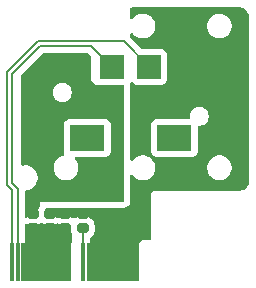
<source format=gtl>
%TF.GenerationSoftware,KiCad,Pcbnew,9.0.3*%
%TF.CreationDate,2025-08-12T01:09:52+03:00*%
%TF.ProjectId,Battery,42617474-6572-4792-9e6b-696361645f70,rev?*%
%TF.SameCoordinates,Original*%
%TF.FileFunction,Copper,L1,Top*%
%TF.FilePolarity,Positive*%
%FSLAX46Y46*%
G04 Gerber Fmt 4.6, Leading zero omitted, Abs format (unit mm)*
G04 Created by KiCad (PCBNEW 9.0.3) date 2025-08-12 01:09:52*
%MOMM*%
%LPD*%
G01*
G04 APERTURE LIST*
G04 Aperture macros list*
%AMRoundRect*
0 Rectangle with rounded corners*
0 $1 Rounding radius*
0 $2 $3 $4 $5 $6 $7 $8 $9 X,Y pos of 4 corners*
0 Add a 4 corners polygon primitive as box body*
4,1,4,$2,$3,$4,$5,$6,$7,$8,$9,$2,$3,0*
0 Add four circle primitives for the rounded corners*
1,1,$1+$1,$2,$3*
1,1,$1+$1,$4,$5*
1,1,$1+$1,$6,$7*
1,1,$1+$1,$8,$9*
0 Add four rect primitives between the rounded corners*
20,1,$1+$1,$2,$3,$4,$5,0*
20,1,$1+$1,$4,$5,$6,$7,0*
20,1,$1+$1,$6,$7,$8,$9,0*
20,1,$1+$1,$8,$9,$2,$3,0*%
G04 Aperture macros list end*
%TA.AperFunction,SMDPad,CuDef*%
%ADD10RoundRect,0.200000X-0.300000X0.200000X-0.300000X-0.200000X0.300000X-0.200000X0.300000X0.200000X0*%
%TD*%
%TA.AperFunction,SMDPad,CuDef*%
%ADD11RoundRect,0.200000X0.300000X-0.200000X0.300000X0.200000X-0.300000X0.200000X-0.300000X-0.200000X0*%
%TD*%
%TA.AperFunction,SMDPad,CuDef*%
%ADD12R,3.000000X2.200000*%
%TD*%
%TA.AperFunction,SMDPad,CuDef*%
%ADD13R,2.000000X2.000000*%
%TD*%
%TA.AperFunction,ConnectorPad*%
%ADD14R,0.400000X3.200000*%
%TD*%
%TA.AperFunction,ConnectorPad*%
%ADD15R,4.260000X3.200000*%
%TD*%
%TA.AperFunction,ConnectorPad*%
%ADD16R,4.400000X3.200000*%
%TD*%
%TA.AperFunction,Conductor*%
%ADD17C,0.200000*%
%TD*%
G04 APERTURE END LIST*
D10*
%TO.P,C1,1*%
%TO.N,Net-(Connector_Battery1--)*%
X137720000Y-87400000D03*
%TO.P,C1,2*%
%TO.N,Net-(FPC_Power1-+)*%
X137720000Y-88600000D03*
%TD*%
D11*
%TO.P,F1,1*%
%TO.N,Net-(FPC_Power1-+)*%
X136250000Y-88600000D03*
%TO.P,F1,2*%
%TO.N,Net-(Connector_Battery1-+)*%
X136250000Y-87400000D03*
%TD*%
%TO.P,R1,1*%
%TO.N,Net-(FPC_Power1-???)*%
X140480000Y-88600000D03*
%TO.P,R1,2*%
%TO.N,Net-(Connector_Battery1--)*%
X140480000Y-87400000D03*
%TD*%
D12*
%TO.P,Connector_Battery1,*%
%TO.N,*%
X148250000Y-81000000D03*
X140880000Y-81000000D03*
D13*
%TO.P,Connector_Battery1,1,-*%
%TO.N,Net-(Connector_Battery1--)*%
X149130000Y-75000000D03*
%TO.P,Connector_Battery1,2,D*%
%TO.N,Net-(Connector_Battery1-D)*%
X146120000Y-75000000D03*
%TO.P,Connector_Battery1,3,T*%
%TO.N,Net-(Connector_Battery1-T)*%
X142980000Y-75000000D03*
%TO.P,Connector_Battery1,4*%
%TO.N,Net-(Connector_Battery1-+)*%
X139970000Y-75000000D03*
%TD*%
D10*
%TO.P,C2,1*%
%TO.N,Net-(Connector_Battery1--)*%
X139020000Y-87400000D03*
%TO.P,C2,2*%
%TO.N,Net-(FPC_Power1-+)*%
X139020000Y-88600000D03*
%TD*%
D14*
%TO.P,FPC_Power1,1,D*%
%TO.N,Net-(Connector_Battery1-D)*%
X134470000Y-91520000D03*
%TO.P,FPC_Power1,2,T*%
%TO.N,Net-(Connector_Battery1-T)*%
X134970000Y-91520000D03*
D15*
%TO.P,FPC_Power1,3,+*%
%TO.N,Net-(FPC_Power1-+)*%
X137400000Y-91520000D03*
D14*
%TO.P,FPC_Power1,4,???*%
%TO.N,Net-(FPC_Power1-???)*%
X140470000Y-91520000D03*
D16*
%TO.P,FPC_Power1,5,-*%
%TO.N,Net-(Connector_Battery1--)*%
X143070000Y-91520000D03*
%TD*%
D17*
%TO.N,Net-(FPC_Power1-+)*%
X136250000Y-88600000D02*
X137720000Y-88600000D01*
X139225000Y-88465000D02*
X139200000Y-88440000D01*
X137400000Y-91520000D02*
X136250000Y-90370000D01*
X139000000Y-88570000D02*
X139020000Y-88550000D01*
X137680000Y-88610000D02*
X137720000Y-88570000D01*
X136250000Y-90370000D02*
X136250000Y-88600000D01*
X137720000Y-88600000D02*
X139020000Y-88600000D01*
X136000000Y-91250000D02*
X136010000Y-91240000D01*
%TO.N,Net-(Connector_Battery1--)*%
X146780000Y-83040000D02*
X146780000Y-84100000D01*
X145450000Y-85430000D02*
X145450000Y-87030000D01*
X145800000Y-82060000D02*
X146780000Y-83040000D01*
X139020000Y-87400000D02*
X140480000Y-87400000D01*
X149130000Y-76390000D02*
X145800000Y-79720000D01*
X139070000Y-87300000D02*
X139020000Y-87350000D01*
X143080000Y-91510000D02*
X143070000Y-91520000D01*
X140480000Y-87400000D02*
X142370000Y-87400000D01*
X137720000Y-87400000D02*
X139020000Y-87400000D01*
X145800000Y-79720000D02*
X145800000Y-82060000D01*
X149130000Y-75400000D02*
X149130000Y-76390000D01*
X143070000Y-88100000D02*
X143070000Y-91520000D01*
X146780000Y-84100000D02*
X145450000Y-85430000D01*
X145450000Y-87030000D02*
X143070000Y-89410000D01*
X142370000Y-87400000D02*
X143070000Y-88100000D01*
X137740000Y-87350000D02*
X137720000Y-87370000D01*
X143070000Y-89410000D02*
X143070000Y-91520000D01*
%TO.N,Net-(Connector_Battery1-+)*%
X136250000Y-87400000D02*
X136250000Y-85820000D01*
X137230000Y-84840000D02*
X137230000Y-80650000D01*
X136250000Y-85820000D02*
X137230000Y-84840000D01*
X139970000Y-77910000D02*
X139970000Y-75400000D01*
X137230000Y-80650000D02*
X139970000Y-77910000D01*
%TO.N,Net-(Connector_Battery1-D)*%
X134093000Y-75425586D02*
X136718586Y-72800000D01*
X134470000Y-91520000D02*
X134470000Y-85378575D01*
X143950000Y-72800000D02*
X146120000Y-74970000D01*
X134470000Y-85378575D02*
X134093000Y-85001575D01*
X146120000Y-74970000D02*
X146120000Y-75000000D01*
X134093000Y-85001575D02*
X134093000Y-75425586D01*
X136718586Y-72800000D02*
X143950000Y-72800000D01*
%TO.N,Net-(Connector_Battery1-T)*%
X134474000Y-75583402D02*
X136876402Y-73181000D01*
X136876402Y-73181000D02*
X141161000Y-73181000D01*
X134970000Y-91520000D02*
X134970000Y-85339760D01*
X134474000Y-84843760D02*
X134474000Y-75583402D01*
X141161000Y-73181000D02*
X142980000Y-75000000D01*
X134970000Y-85339760D02*
X134474000Y-84843760D01*
%TO.N,Net-(FPC_Power1-???)*%
X140470000Y-88415000D02*
X140480000Y-88425000D01*
X140480000Y-88425000D02*
X140480000Y-91510000D01*
X140480000Y-91510000D02*
X140470000Y-91520000D01*
%TD*%
%TA.AperFunction,Conductor*%
%TO.N,Net-(FPC_Power1-+)*%
G36*
X137081270Y-88213781D02*
G01*
X137130394Y-88243478D01*
X137292804Y-88294086D01*
X137363384Y-88300500D01*
X137363387Y-88300500D01*
X138076613Y-88300500D01*
X138076616Y-88300500D01*
X138147196Y-88294086D01*
X138309606Y-88243478D01*
X138309613Y-88243473D01*
X138316445Y-88240400D01*
X138317471Y-88242680D01*
X138373399Y-88227912D01*
X138422665Y-88242377D01*
X138423555Y-88240400D01*
X138430387Y-88243474D01*
X138430394Y-88243478D01*
X138592804Y-88294086D01*
X138663384Y-88300500D01*
X138663387Y-88300500D01*
X139355500Y-88300500D01*
X139422539Y-88320185D01*
X139468294Y-88372989D01*
X139479500Y-88424500D01*
X139479500Y-88856616D01*
X139485914Y-88927196D01*
X139524386Y-89050659D01*
X139530000Y-89087548D01*
X139530000Y-89856000D01*
X139510315Y-89923039D01*
X139457511Y-89968794D01*
X139406000Y-89980000D01*
X135694500Y-89980000D01*
X135627461Y-89960315D01*
X135581706Y-89907511D01*
X135570500Y-89856000D01*
X135570500Y-88383986D01*
X135590185Y-88316947D01*
X135642989Y-88271192D01*
X135712147Y-88261248D01*
X135731380Y-88265597D01*
X135822804Y-88294086D01*
X135893384Y-88300500D01*
X135893387Y-88300500D01*
X136606613Y-88300500D01*
X136606616Y-88300500D01*
X136677196Y-88294086D01*
X136839606Y-88243478D01*
X136841428Y-88242377D01*
X136888475Y-88213935D01*
X136904636Y-88209408D01*
X136917412Y-88201156D01*
X136952329Y-88196050D01*
X137016834Y-88195899D01*
X137081270Y-88213781D01*
G37*
%TD.AperFunction*%
%TD*%
%TA.AperFunction,Conductor*%
%TO.N,Net-(Connector_Battery1--)*%
G36*
X153806061Y-69951097D02*
G01*
X153816635Y-69952138D01*
X153934069Y-69963704D01*
X153957897Y-69968443D01*
X154075140Y-70004008D01*
X154097589Y-70013308D01*
X154156123Y-70044595D01*
X154205630Y-70071057D01*
X154225840Y-70084561D01*
X154320535Y-70162274D01*
X154337725Y-70179464D01*
X154415438Y-70274159D01*
X154428942Y-70294369D01*
X154486690Y-70402407D01*
X154495992Y-70424864D01*
X154521778Y-70509868D01*
X154531554Y-70542093D01*
X154536296Y-70565935D01*
X154548903Y-70693938D01*
X154549500Y-70706092D01*
X154549500Y-84693907D01*
X154548903Y-84706061D01*
X154536296Y-84834064D01*
X154531554Y-84857906D01*
X154495993Y-84975134D01*
X154486690Y-84997592D01*
X154428942Y-85105630D01*
X154415438Y-85125840D01*
X154337725Y-85220535D01*
X154320535Y-85237725D01*
X154225840Y-85315438D01*
X154205630Y-85328942D01*
X154097592Y-85386690D01*
X154075134Y-85395993D01*
X153957906Y-85431554D01*
X153934064Y-85436296D01*
X153806062Y-85448903D01*
X153793908Y-85449500D01*
X146490170Y-85449500D01*
X146398102Y-85487636D01*
X146327636Y-85558102D01*
X146289500Y-85650170D01*
X146289500Y-89555500D01*
X146269815Y-89622539D01*
X146217011Y-89668294D01*
X146165500Y-89679500D01*
X145490170Y-89679500D01*
X145398102Y-89717636D01*
X145327637Y-89788101D01*
X145295179Y-89866461D01*
X145251337Y-89920864D01*
X145185043Y-89942928D01*
X145181687Y-89943002D01*
X141205569Y-89977278D01*
X141138362Y-89958172D01*
X141092154Y-89905765D01*
X141080500Y-89853283D01*
X141080500Y-89506828D01*
X141100185Y-89439789D01*
X141140351Y-89400711D01*
X141215183Y-89355474D01*
X141335469Y-89235188D01*
X141335472Y-89235185D01*
X141423478Y-89089606D01*
X141474086Y-88927196D01*
X141480500Y-88856616D01*
X141480500Y-88343384D01*
X141474086Y-88272804D01*
X141423478Y-88110394D01*
X141335472Y-87964815D01*
X141335470Y-87964813D01*
X141335469Y-87964811D01*
X141215188Y-87844530D01*
X141069606Y-87756522D01*
X141058422Y-87753037D01*
X140907196Y-87705914D01*
X140907194Y-87705913D01*
X140907192Y-87705913D01*
X140857778Y-87701423D01*
X140836616Y-87699500D01*
X140123384Y-87699500D01*
X140070449Y-87704310D01*
X140052803Y-87705914D01*
X140052800Y-87705914D01*
X139935918Y-87742335D01*
X139901277Y-87747929D01*
X139619610Y-87753037D01*
X139580473Y-87747443D01*
X139479066Y-87715845D01*
X139447196Y-87705914D01*
X139376616Y-87699500D01*
X138663384Y-87699500D01*
X138610449Y-87704310D01*
X138592803Y-87705914D01*
X138592797Y-87705915D01*
X138515784Y-87729912D01*
X138479259Y-87735525D01*
X138469347Y-87735553D01*
X138387267Y-87722602D01*
X138270472Y-87736135D01*
X138263488Y-87736156D01*
X138252690Y-87733019D01*
X138226236Y-87730543D01*
X138147197Y-87705914D01*
X138129551Y-87704310D01*
X138076616Y-87699500D01*
X137374500Y-87699500D01*
X137307461Y-87679815D01*
X137261706Y-87627011D01*
X137250500Y-87575500D01*
X137250500Y-87140574D01*
X137251317Y-87140574D01*
X137255020Y-87125453D01*
X137254501Y-87106540D01*
X137266697Y-87077770D01*
X137267140Y-87075964D01*
X137268213Y-87074152D01*
X137288573Y-87040475D01*
X137291947Y-87035202D01*
X137295566Y-87029849D01*
X137298093Y-87025348D01*
X137298127Y-87025367D01*
X137301048Y-87019842D01*
X137309925Y-87005170D01*
X137310786Y-87002239D01*
X137311001Y-86997475D01*
X137315488Y-86986225D01*
X137319256Y-86977976D01*
X137365017Y-86925177D01*
X137432045Y-86905500D01*
X143866301Y-86905500D01*
X143866302Y-86905500D01*
X143973149Y-86894079D01*
X144024385Y-86882999D01*
X144126406Y-86849251D01*
X144247635Y-86771759D01*
X144296376Y-86729732D01*
X144359999Y-86700864D01*
X144377727Y-86699645D01*
X144489592Y-86699998D01*
X144489999Y-86700000D01*
X144489999Y-86699999D01*
X144490000Y-86700000D01*
X144490220Y-86324611D01*
X144491524Y-86306764D01*
X144495800Y-86277535D01*
X144500783Y-84234090D01*
X144520631Y-84167101D01*
X144573547Y-84121475D01*
X144642729Y-84111701D01*
X144706214Y-84140880D01*
X144727884Y-84165503D01*
X144744020Y-84189652D01*
X144744025Y-84189658D01*
X144890342Y-84335975D01*
X144890345Y-84335977D01*
X145062402Y-84450941D01*
X145253580Y-84530130D01*
X145456530Y-84570499D01*
X145456534Y-84570500D01*
X145456535Y-84570500D01*
X145663466Y-84570500D01*
X145663467Y-84570499D01*
X145866420Y-84530130D01*
X146057598Y-84450941D01*
X146229655Y-84335977D01*
X146375977Y-84189655D01*
X146490941Y-84017598D01*
X146570130Y-83826420D01*
X146610500Y-83623465D01*
X146610500Y-83416535D01*
X146610499Y-83416530D01*
X151009500Y-83416530D01*
X151009500Y-83623469D01*
X151049868Y-83826412D01*
X151049870Y-83826420D01*
X151103522Y-83955948D01*
X151129059Y-84017598D01*
X151186541Y-84103626D01*
X151244024Y-84189657D01*
X151390342Y-84335975D01*
X151390345Y-84335977D01*
X151562402Y-84450941D01*
X151753580Y-84530130D01*
X151956530Y-84570499D01*
X151956534Y-84570500D01*
X151956535Y-84570500D01*
X152163466Y-84570500D01*
X152163467Y-84570499D01*
X152366420Y-84530130D01*
X152557598Y-84450941D01*
X152729655Y-84335977D01*
X152875977Y-84189655D01*
X152990941Y-84017598D01*
X153070130Y-83826420D01*
X153110500Y-83623465D01*
X153110500Y-83416535D01*
X153070130Y-83213580D01*
X152990941Y-83022402D01*
X152875977Y-82850345D01*
X152875975Y-82850342D01*
X152729657Y-82704024D01*
X152643626Y-82646541D01*
X152557598Y-82589059D01*
X152366420Y-82509870D01*
X152366412Y-82509868D01*
X152163469Y-82469500D01*
X152163465Y-82469500D01*
X151956535Y-82469500D01*
X151956530Y-82469500D01*
X151753587Y-82509868D01*
X151753579Y-82509870D01*
X151562403Y-82589058D01*
X151390342Y-82704024D01*
X151244024Y-82850342D01*
X151129058Y-83022403D01*
X151049870Y-83213579D01*
X151049868Y-83213587D01*
X151009500Y-83416530D01*
X146610499Y-83416530D01*
X146570130Y-83213580D01*
X146490941Y-83022402D01*
X146375977Y-82850345D01*
X146375975Y-82850342D01*
X146229657Y-82704024D01*
X146143626Y-82646541D01*
X146057598Y-82589059D01*
X145866420Y-82509870D01*
X145866412Y-82509868D01*
X145663469Y-82469500D01*
X145663465Y-82469500D01*
X145456535Y-82469500D01*
X145456530Y-82469500D01*
X145253587Y-82509868D01*
X145253579Y-82509870D01*
X145062403Y-82589058D01*
X144890342Y-82704024D01*
X144744025Y-82850341D01*
X144744020Y-82850347D01*
X144731382Y-82869262D01*
X144677770Y-82914066D01*
X144608445Y-82922773D01*
X144545417Y-82892618D01*
X144508699Y-82833174D01*
X144504281Y-82800068D01*
X144504516Y-82704024D01*
X144505498Y-82301233D01*
X144505500Y-82300000D01*
X144505500Y-79852135D01*
X146249500Y-79852135D01*
X146249500Y-82147870D01*
X146249501Y-82147876D01*
X146255908Y-82207483D01*
X146306202Y-82342328D01*
X146306206Y-82342335D01*
X146392452Y-82457544D01*
X146392455Y-82457547D01*
X146507664Y-82543793D01*
X146507671Y-82543797D01*
X146642517Y-82594091D01*
X146642516Y-82594091D01*
X146649444Y-82594835D01*
X146702127Y-82600500D01*
X149797872Y-82600499D01*
X149857483Y-82594091D01*
X149992331Y-82543796D01*
X150107546Y-82457546D01*
X150193796Y-82342331D01*
X150244091Y-82207483D01*
X150250500Y-82147873D01*
X150250499Y-80088854D01*
X150270184Y-80021816D01*
X150322987Y-79976061D01*
X150374499Y-79964855D01*
X150429058Y-79964855D01*
X150429059Y-79964854D01*
X150584133Y-79934009D01*
X150730211Y-79873501D01*
X150861678Y-79785658D01*
X150973481Y-79673855D01*
X151061324Y-79542388D01*
X151121832Y-79396310D01*
X151152678Y-79241234D01*
X151152678Y-79083120D01*
X151121832Y-78928044D01*
X151061324Y-78781966D01*
X151061322Y-78781963D01*
X151061320Y-78781959D01*
X150973481Y-78650499D01*
X150973478Y-78650495D01*
X150861681Y-78538698D01*
X150861677Y-78538695D01*
X150730217Y-78450856D01*
X150730207Y-78450851D01*
X150584133Y-78390345D01*
X150584125Y-78390343D01*
X150429061Y-78359499D01*
X150429057Y-78359499D01*
X150270943Y-78359499D01*
X150270938Y-78359499D01*
X150115874Y-78390343D01*
X150115866Y-78390345D01*
X149969792Y-78450851D01*
X149969782Y-78450856D01*
X149838322Y-78538695D01*
X149838318Y-78538698D01*
X149726521Y-78650495D01*
X149726518Y-78650499D01*
X149638679Y-78781959D01*
X149638674Y-78781969D01*
X149578168Y-78928043D01*
X149578166Y-78928051D01*
X149547322Y-79083115D01*
X149547322Y-79241237D01*
X149549326Y-79251313D01*
X149543096Y-79320904D01*
X149500231Y-79376080D01*
X149434341Y-79399322D01*
X149427708Y-79399500D01*
X146702129Y-79399500D01*
X146702123Y-79399501D01*
X146642516Y-79405908D01*
X146507671Y-79456202D01*
X146507664Y-79456206D01*
X146392455Y-79542452D01*
X146392452Y-79542455D01*
X146306206Y-79657664D01*
X146306202Y-79657671D01*
X146255908Y-79792517D01*
X146249501Y-79852116D01*
X146249500Y-79852135D01*
X144505500Y-79852135D01*
X144505500Y-76624499D01*
X144496690Y-76542559D01*
X144495982Y-76529294D01*
X144496074Y-76374185D01*
X144515797Y-76307162D01*
X144568628Y-76261438D01*
X144637793Y-76251536D01*
X144701331Y-76280598D01*
X144719335Y-76299947D01*
X144762454Y-76357546D01*
X144784681Y-76374185D01*
X144877664Y-76443793D01*
X144877671Y-76443797D01*
X145012517Y-76494091D01*
X145012516Y-76494091D01*
X145019444Y-76494835D01*
X145072127Y-76500500D01*
X147167872Y-76500499D01*
X147227483Y-76494091D01*
X147362331Y-76443796D01*
X147477546Y-76357546D01*
X147563796Y-76242331D01*
X147614091Y-76107483D01*
X147620500Y-76047873D01*
X147620499Y-73952128D01*
X147614091Y-73892517D01*
X147563796Y-73757669D01*
X147563795Y-73757668D01*
X147563793Y-73757664D01*
X147477547Y-73642455D01*
X147477544Y-73642452D01*
X147362335Y-73556206D01*
X147362328Y-73556202D01*
X147227482Y-73505908D01*
X147227483Y-73505908D01*
X147167883Y-73499501D01*
X147167881Y-73499500D01*
X147167873Y-73499500D01*
X147167865Y-73499500D01*
X145550097Y-73499500D01*
X145483058Y-73479815D01*
X145462416Y-73463181D01*
X144534702Y-72535467D01*
X144501217Y-72474144D01*
X144498383Y-72447719D01*
X144498511Y-72230915D01*
X144518234Y-72163892D01*
X144571065Y-72118168D01*
X144640229Y-72108266D01*
X144703768Y-72137328D01*
X144725612Y-72162102D01*
X144744022Y-72189654D01*
X144744025Y-72189658D01*
X144890342Y-72335975D01*
X144890345Y-72335977D01*
X145062402Y-72450941D01*
X145253580Y-72530130D01*
X145456530Y-72570499D01*
X145456534Y-72570500D01*
X145456535Y-72570500D01*
X145663466Y-72570500D01*
X145663467Y-72570499D01*
X145866420Y-72530130D01*
X146057598Y-72450941D01*
X146229655Y-72335977D01*
X146375977Y-72189655D01*
X146490941Y-72017598D01*
X146570130Y-71826420D01*
X146610500Y-71623465D01*
X146610500Y-71416535D01*
X146610499Y-71416530D01*
X151009500Y-71416530D01*
X151009500Y-71623469D01*
X151049868Y-71826412D01*
X151049870Y-71826420D01*
X151103522Y-71955948D01*
X151129059Y-72017598D01*
X151186541Y-72103626D01*
X151244024Y-72189657D01*
X151390342Y-72335975D01*
X151390345Y-72335977D01*
X151562402Y-72450941D01*
X151753580Y-72530130D01*
X151956530Y-72570499D01*
X151956534Y-72570500D01*
X151956535Y-72570500D01*
X152163466Y-72570500D01*
X152163467Y-72570499D01*
X152366420Y-72530130D01*
X152557598Y-72450941D01*
X152729655Y-72335977D01*
X152875977Y-72189655D01*
X152990941Y-72017598D01*
X153070130Y-71826420D01*
X153110500Y-71623465D01*
X153110500Y-71416535D01*
X153070130Y-71213580D01*
X152990941Y-71022402D01*
X152875977Y-70850345D01*
X152875975Y-70850342D01*
X152729657Y-70704024D01*
X152643626Y-70646541D01*
X152557598Y-70589059D01*
X152472427Y-70553780D01*
X152366420Y-70509870D01*
X152366412Y-70509868D01*
X152163469Y-70469500D01*
X152163465Y-70469500D01*
X151956535Y-70469500D01*
X151956530Y-70469500D01*
X151753587Y-70509868D01*
X151753579Y-70509870D01*
X151562403Y-70589058D01*
X151390342Y-70704024D01*
X151244024Y-70850342D01*
X151129058Y-71022403D01*
X151049870Y-71213579D01*
X151049868Y-71213587D01*
X151009500Y-71416530D01*
X146610499Y-71416530D01*
X146570130Y-71213580D01*
X146490941Y-71022402D01*
X146375977Y-70850345D01*
X146375975Y-70850342D01*
X146229657Y-70704024D01*
X146143626Y-70646541D01*
X146057598Y-70589059D01*
X145972427Y-70553780D01*
X145866420Y-70509870D01*
X145866412Y-70509868D01*
X145663469Y-70469500D01*
X145663465Y-70469500D01*
X145456535Y-70469500D01*
X145456530Y-70469500D01*
X145253587Y-70509868D01*
X145253579Y-70509870D01*
X145062403Y-70589058D01*
X144890342Y-70704024D01*
X144744023Y-70850343D01*
X144726449Y-70876645D01*
X144672836Y-70921449D01*
X144603511Y-70930155D01*
X144540484Y-70899999D01*
X144503766Y-70840555D01*
X144499348Y-70807679D01*
X144499399Y-70722515D01*
X144499780Y-70074427D01*
X144519504Y-70007399D01*
X144572335Y-69961675D01*
X144623780Y-69950500D01*
X153755830Y-69950500D01*
X153793908Y-69950500D01*
X153806061Y-69951097D01*
G37*
%TD.AperFunction*%
%TD*%
%TA.AperFunction,Conductor*%
%TO.N,Net-(Connector_Battery1-+)*%
G36*
X140919163Y-73839477D02*
G01*
X140948455Y-73848151D01*
X140978307Y-73854645D01*
X140983489Y-73858524D01*
X140986155Y-73859314D01*
X141006561Y-73875796D01*
X141113681Y-73982916D01*
X141147166Y-74044239D01*
X141150000Y-74070597D01*
X141150000Y-76100000D01*
X141540000Y-76490000D01*
X141840753Y-76490000D01*
X141869265Y-76493323D01*
X141872513Y-76494089D01*
X141872517Y-76494091D01*
X141932127Y-76500500D01*
X143876000Y-76500499D01*
X143943039Y-76520184D01*
X143988794Y-76572987D01*
X144000000Y-76624499D01*
X144000000Y-82300000D01*
X143992258Y-85474461D01*
X143990302Y-86276302D01*
X143970454Y-86343294D01*
X143917538Y-86388920D01*
X143866302Y-86400000D01*
X136890000Y-86400000D01*
X136890000Y-86689512D01*
X136870315Y-86756551D01*
X136865018Y-86764004D01*
X136776522Y-86910393D01*
X136725913Y-87072807D01*
X136719500Y-87143386D01*
X136719500Y-87575500D01*
X136699815Y-87642539D01*
X136647011Y-87688294D01*
X136595500Y-87699500D01*
X135893384Y-87699500D01*
X135822804Y-87705914D01*
X135787777Y-87716828D01*
X135731389Y-87734399D01*
X135661528Y-87735549D01*
X135602136Y-87698747D01*
X135572069Y-87635678D01*
X135570500Y-87616013D01*
X135570500Y-85541500D01*
X135590185Y-85474461D01*
X135642989Y-85428706D01*
X135694500Y-85417500D01*
X135728466Y-85417500D01*
X135728467Y-85417499D01*
X135931420Y-85377130D01*
X136122598Y-85297941D01*
X136294655Y-85182977D01*
X136440977Y-85036655D01*
X136555941Y-84864598D01*
X136635130Y-84673420D01*
X136675500Y-84470465D01*
X136675500Y-84263535D01*
X136635130Y-84060580D01*
X136555941Y-83869402D01*
X136440977Y-83697345D01*
X136440975Y-83697342D01*
X136294657Y-83551024D01*
X136238566Y-83513546D01*
X136238564Y-83513543D01*
X136122599Y-83436059D01*
X136075452Y-83416530D01*
X138009500Y-83416530D01*
X138009500Y-83623469D01*
X138049868Y-83826412D01*
X138049870Y-83826420D01*
X138103522Y-83955948D01*
X138129059Y-84017598D01*
X138186541Y-84103626D01*
X138244024Y-84189657D01*
X138390342Y-84335975D01*
X138390345Y-84335977D01*
X138562402Y-84450941D01*
X138753580Y-84530130D01*
X138956530Y-84570499D01*
X138956534Y-84570500D01*
X138956535Y-84570500D01*
X139163466Y-84570500D01*
X139163467Y-84570499D01*
X139366420Y-84530130D01*
X139557598Y-84450941D01*
X139729655Y-84335977D01*
X139875977Y-84189655D01*
X139990941Y-84017598D01*
X140070130Y-83826420D01*
X140110500Y-83623465D01*
X140110500Y-83416535D01*
X140070130Y-83213580D01*
X139990941Y-83022402D01*
X139875977Y-82850345D01*
X139875975Y-82850342D01*
X139837813Y-82812180D01*
X139804328Y-82750857D01*
X139809312Y-82681165D01*
X139851184Y-82625232D01*
X139916648Y-82600815D01*
X139925494Y-82600499D01*
X142427871Y-82600499D01*
X142427872Y-82600499D01*
X142487483Y-82594091D01*
X142622331Y-82543796D01*
X142737546Y-82457546D01*
X142823796Y-82342331D01*
X142874091Y-82207483D01*
X142880500Y-82147873D01*
X142880499Y-79852128D01*
X142874091Y-79792517D01*
X142823796Y-79657669D01*
X142823795Y-79657668D01*
X142823793Y-79657664D01*
X142737547Y-79542455D01*
X142737544Y-79542452D01*
X142622335Y-79456206D01*
X142622328Y-79456202D01*
X142487482Y-79405908D01*
X142487483Y-79405908D01*
X142427883Y-79399501D01*
X142427881Y-79399500D01*
X142427873Y-79399500D01*
X142427864Y-79399500D01*
X139332129Y-79399500D01*
X139332123Y-79399501D01*
X139272516Y-79405908D01*
X139137671Y-79456202D01*
X139137664Y-79456206D01*
X139022455Y-79542452D01*
X139022452Y-79542455D01*
X138936206Y-79657664D01*
X138936202Y-79657671D01*
X138885908Y-79792517D01*
X138879501Y-79852116D01*
X138879501Y-79852123D01*
X138879500Y-79852135D01*
X138879500Y-82147870D01*
X138879501Y-82147876D01*
X138885908Y-82207483D01*
X138930842Y-82327957D01*
X138935826Y-82397649D01*
X138902340Y-82458972D01*
X138841017Y-82492456D01*
X138838853Y-82492907D01*
X138753584Y-82509869D01*
X138753579Y-82509870D01*
X138562403Y-82589058D01*
X138390342Y-82704024D01*
X138244024Y-82850342D01*
X138129058Y-83022403D01*
X138049870Y-83213579D01*
X138049868Y-83213587D01*
X138009500Y-83416530D01*
X136075452Y-83416530D01*
X135931420Y-83356870D01*
X135931412Y-83356868D01*
X135728469Y-83316500D01*
X135728465Y-83316500D01*
X135521535Y-83316500D01*
X135521530Y-83316500D01*
X135421930Y-83336312D01*
X135352338Y-83330085D01*
X135297161Y-83287222D01*
X135273917Y-83221332D01*
X135273740Y-83214653D01*
X135278574Y-77070938D01*
X137949499Y-77070938D01*
X137949499Y-77229061D01*
X137980343Y-77384125D01*
X137980345Y-77384133D01*
X138040851Y-77530207D01*
X138040856Y-77530217D01*
X138128695Y-77661677D01*
X138128698Y-77661681D01*
X138240495Y-77773478D01*
X138240499Y-77773481D01*
X138371959Y-77861320D01*
X138371963Y-77861322D01*
X138371966Y-77861324D01*
X138518044Y-77921832D01*
X138673115Y-77952677D01*
X138673119Y-77952678D01*
X138673120Y-77952678D01*
X138831235Y-77952678D01*
X138831236Y-77952677D01*
X138986310Y-77921832D01*
X139132388Y-77861324D01*
X139263855Y-77773481D01*
X139375658Y-77661678D01*
X139463501Y-77530211D01*
X139524009Y-77384133D01*
X139554855Y-77229057D01*
X139554855Y-77070943D01*
X139524009Y-76915867D01*
X139463501Y-76769789D01*
X139463499Y-76769786D01*
X139463497Y-76769782D01*
X139375658Y-76638322D01*
X139375655Y-76638318D01*
X139263858Y-76526521D01*
X139263854Y-76526518D01*
X139132394Y-76438679D01*
X139132384Y-76438674D01*
X138986310Y-76378168D01*
X138986302Y-76378166D01*
X138831238Y-76347322D01*
X138831234Y-76347322D01*
X138673120Y-76347322D01*
X138673115Y-76347322D01*
X138518051Y-76378166D01*
X138518043Y-76378168D01*
X138371969Y-76438674D01*
X138371959Y-76438679D01*
X138240499Y-76526518D01*
X138240495Y-76526521D01*
X138128698Y-76638318D01*
X138128695Y-76638322D01*
X138040856Y-76769782D01*
X138040851Y-76769792D01*
X137980345Y-76915866D01*
X137980343Y-76915874D01*
X137949499Y-77070938D01*
X135278574Y-77070938D01*
X135279670Y-75678225D01*
X135299407Y-75611205D01*
X135315980Y-75590656D01*
X137039422Y-73867214D01*
X137100741Y-73833732D01*
X137127370Y-73830899D01*
X140919163Y-73839477D01*
G37*
%TD.AperFunction*%
%TD*%
M02*

</source>
